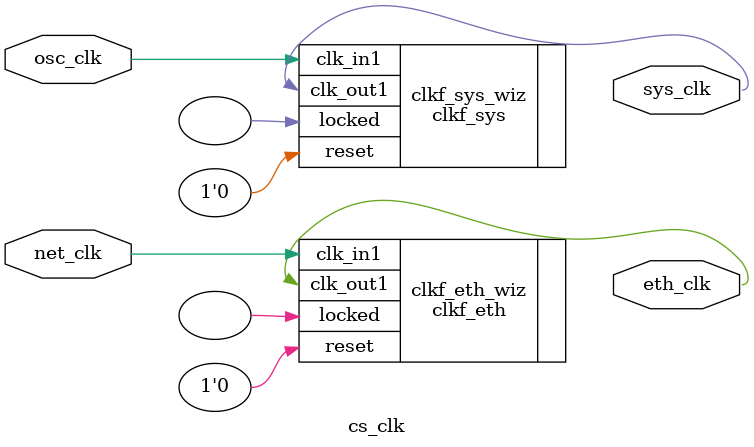
<source format=v>
module cs_clk(
    input osc_clk,
    input net_clk,

    output sys_clk,
    output eth_clk
);

    clkf_sys
    clkf_sys_wiz(
        .clk_out1(sys_clk),
        .reset(1'b0),
        .locked(),
        .clk_in1(osc_clk)
    );

    clkf_eth
    clkf_eth_wiz(
        .clk_out1(eth_clk),
        .reset(1'b0),
        .locked(),
        .clk_in1(net_clk)
    );




endmodule
</source>
